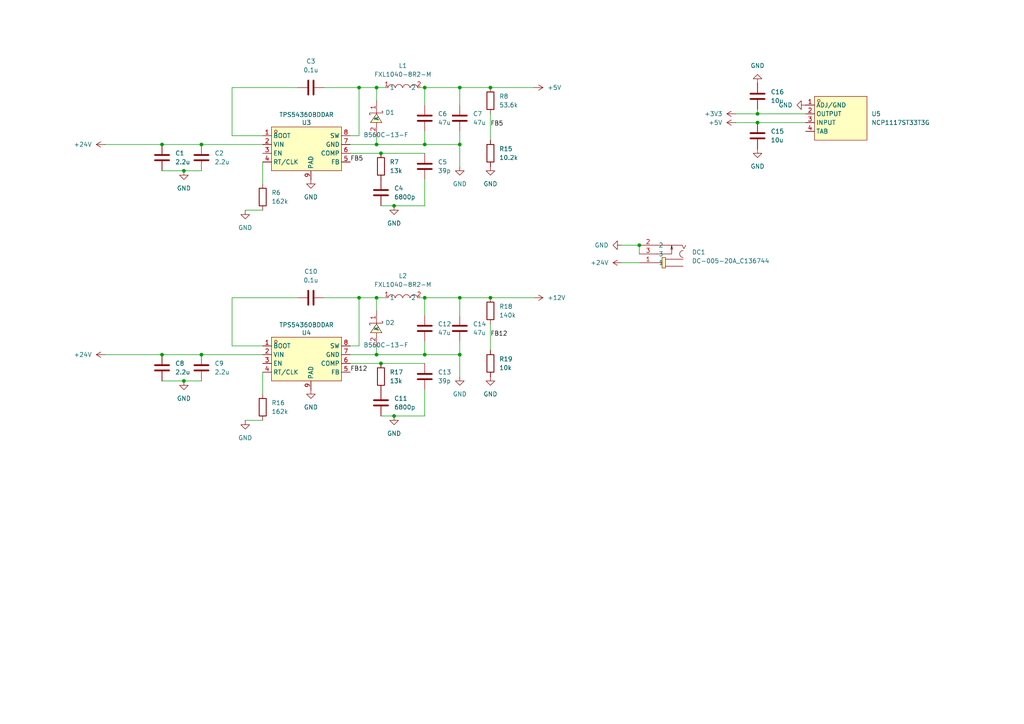
<source format=kicad_sch>
(kicad_sch (version 20250114) (generator "eeschema") (generator_version "9.0")
  (paper "A4")
  (lib_symbols
    (symbol "COMPONENTS:DC-005-20A_C136744"
      (property "Reference" "DC" (at 0 6.35 0))
      (property "Value" "DC-005-20A_C136744" (at 0 -8.89 0))
      (symbol "DC-005-20A_C136744_0_1"
        (arc (start -6.35 -0.25) (mid -5.3679 -1.27) (end -6.35 -2.29))
        (polyline (pts (xy -3.05 -3.81) (xy -2.79 -2.54)))
        (rectangle (start -1.27 2.79) (end -0.25 -0.25) (fill (type background)))
        (polyline (pts (xy -1.27 2.29) (xy -6.35 2.29)))
        (polyline (pts (xy -1.27 0.25) (xy -6.35 0.25)))
        (polyline (pts (xy 1.27 1.27) (xy -0.25 1.27)))
        (polyline (pts (xy 1.27 -1.27) (xy -3.05 -1.27) (xy -3.05 -3.81) (xy -3.3 -2.54)))
        (polyline (pts (xy 1.27 -3.81) (xy -6.1 -3.81) (xy -6.6 -2.79) (xy -7.11 -3.81)))
        (pin unspecified line (at 6.35 1.27 180) (length 5.08) (name "1") (number "1"))
        (pin unspecified line (at 6.35 -1.27 180) (length 5.08) (name "3") (number "3"))
        (pin unspecified line (at 6.35 -3.81 180) (length 5.08) (name "2") (number "2"))
      )
    )
    (symbol "COMPONENTS:NCP1117ST33T3G"
      (property "Reference" "U" (at 0 8.89 0))
      (property "Value" "NCP1117ST33T3G" (at 0 -8.89 0))
      (symbol "NCP1117ST33T3G_0_1"
        (rectangle (start -7.62 6.35) (end 7.62 -6.35) (fill (type background)))
        (circle (center -6.35 5.08) (radius 0.38))
        (pin unspecified line (at -10.16 3.81 0) (length 2.54) (name "ADJ/GND") (number "1"))
        (pin unspecified line (at -10.16 1.27 0) (length 2.54) (name "OUTPUT") (number "2"))
        (pin unspecified line (at -10.16 -1.27 0) (length 2.54) (name "INPUT") (number "3"))
        (pin unspecified line (at -10.16 -3.81 0) (length 2.54) (name "TAB") (number "4"))
      )
    )
    (symbol "Device:C" (pin_numbers (hide yes)) (pin_names (offset 0.254))
      (property "Reference" "C" (at 0.635 2.54 0))
      (property "Value" "C" (at 0.635 -2.54 0))
      (symbol "C_0_1"
        (polyline (pts (xy -2.032 0.762) (xy 2.032 0.762)) (stroke (width 0.508)))
        (polyline (pts (xy -2.032 -0.762) (xy 2.032 -0.762)) (stroke (width 0.508)))
      )
      (symbol "C_1_1"
        (pin passive line (at 0 3.81 270) (length 2.794) (name "~") (number "1"))
        (pin passive line (at 0 -3.81 90) (length 2.794) (name "~") (number "2"))
      )
    )
    (symbol "Device:R" (pin_numbers (hide yes)) (pin_names (offset 0))
      (property "Reference" "R" (at 2.032 0 90))
      (property "Value" "R" (at 0 0 90))
      (symbol "R_0_1"
        (rectangle (start -1.016 -2.54) (end 1.016 2.54) (stroke (width 0.254)))
      )
      (symbol "R_1_1"
        (pin passive line (at 0 3.81 270) (length 1.27) (name "~") (number "1"))
        (pin passive line (at 0 -3.81 90) (length 1.27) (name "~") (number "2"))
      )
    )
    (symbol "NEW:B560C-13-F"
      (property "Reference" "D" (at 0 5.08 0))
      (property "Value" "B560C-13-F" (at 0 -5.08 0))
      (symbol "B560C-13-F_0_1"
        (polyline (pts (xy -2.03 1.52) (xy -2.03 1.78) (xy -1.52 1.78) (xy -1.52 -2.03) (xy -1.02 -2.03) (xy -1.02 -1.78)))
        (polyline (pts (xy 1.27 1.52) (xy -1.27 0) (xy 1.27 -1.78) (xy 1.27 1.52)) (fill (type background)))
        (pin unspecified line (at -5.08 0 0) (length 3.81) (name "K") (number "1"))
        (pin unspecified line (at 5.08 0 180) (length 3.81) (name "A") (number "2"))
      )
    )
    (symbol "NEW:FXL1040-8R2-M"
      (property "Reference" "L" (at 0 5.08 0))
      (property "Value" "FXL1040-8R2-M" (at 0 -5.08 0))
      (symbol "FXL1040-8R2-M_0_1"
        (arc (start -4.29 -0.02) (mid -3.28 0.9027) (end -2.27 -0.02))
        (arc (start -2.13 -0.02) (mid -1.12 0.9071) (end -0.11 -0.02))
        (arc (start 0.02 -0.02) (mid 1.03 0.9071) (end 2.04 -0.02))
        (arc (start 2.21 -0.02) (mid 3.22 0.9071) (end 4.23 -0.02))
        (pin unspecified line (at -5.08 0 0) (length 0.762) (name "1") (number "1"))
        (pin unspecified line (at 5.08 0 180) (length 0.762) (name "2") (number "2"))
      )
    )
    (symbol "NEW:TPS54360BDDAR"
      (property "Reference" "U5" (at 0 7.62 0))
      (property "Value" "TPS54360BDDAR" (at -7.62 -16.51 0))
      (symbol "TPS54360BDDAR_0_1"
        (rectangle (start -10.16 6.35) (end 10.16 -6.35) (fill (type background)))
        (circle (center -8.89 5.08) (radius 0.38))
        (pin unspecified line (at -12.7 3.81 0) (length 2.54) (name "BOOT") (number "1"))
        (pin unspecified line (at -12.7 1.27 0) (length 2.54) (name "VIN") (number "2"))
        (pin unspecified line (at -12.7 -1.27 0) (length 2.54) (name "EN") (number "3"))
        (pin unspecified line (at -12.7 -3.81 0) (length 2.54) (name "RT/CLK") (number "4"))
        (pin unspecified line (at 1.27 -8.89 90) (length 2.54) (name "PAD") (number "9"))
        (pin unspecified line (at 12.7 3.81 180) (length 2.54) (name "SW") (number "8"))
        (pin unspecified line (at 12.7 1.27 180) (length 2.54) (name "GND") (number "7"))
        (pin unspecified line (at 12.7 -1.27 180) (length 2.54) (name "COMP") (number "6"))
        (pin unspecified line (at 12.7 -3.81 180) (length 2.54) (name "FB") (number "5"))
      )
    )
    (symbol "power:+12V" (power) (pin_numbers (hide yes)) (pin_names (offset 0) (hide yes))
      (property "Value" "+12V" (at 0 3.556 0))
      (symbol "+12V_0_1"
        (polyline (pts (xy -0.762 1.27) (xy 0 2.54)))
        (polyline (pts (xy 0 2.54) (xy 0.762 1.27)))
        (polyline (pts (xy 0 0) (xy 0 2.54)))
      )
      (symbol "+12V_1_1"
        (pin power_in line (at 0 0 90) (length 0) (name "~") (number "1"))
      )
    )
    (symbol "power:+24V" (power) (pin_numbers (hide yes)) (pin_names (offset 0) (hide yes))
      (property "Value" "+24V" (at 0 3.556 0))
      (symbol "+24V_0_1"
        (polyline (pts (xy -0.762 1.27) (xy 0 2.54)))
        (polyline (pts (xy 0 2.54) (xy 0.762 1.27)))
        (polyline (pts (xy 0 0) (xy 0 2.54)))
      )
      (symbol "+24V_1_1"
        (pin power_in line (at 0 0 90) (length 0) (name "~") (number "1"))
      )
    )
    (symbol "power:+3V3" (power) (pin_numbers (hide yes)) (pin_names (offset 0) (hide yes))
      (property "Value" "+3V3" (at 0 3.556 0))
      (symbol "+3V3_0_1"
        (polyline (pts (xy -0.762 1.27) (xy 0 2.54)))
        (polyline (pts (xy 0 2.54) (xy 0.762 1.27)))
        (polyline (pts (xy 0 0) (xy 0 2.54)))
      )
      (symbol "+3V3_1_1"
        (pin power_in line (at 0 0 90) (length 0) (name "~") (number "1"))
      )
    )
    (symbol "power:+5V" (power) (pin_numbers (hide yes)) (pin_names (offset 0) (hide yes))
      (property "Value" "+5V" (at 0 3.556 0))
      (symbol "+5V_0_1"
        (polyline (pts (xy -0.762 1.27) (xy 0 2.54)))
        (polyline (pts (xy 0 2.54) (xy 0.762 1.27)))
        (polyline (pts (xy 0 0) (xy 0 2.54)))
      )
      (symbol "+5V_1_1"
        (pin power_in line (at 0 0 90) (length 0) (name "~") (number "1"))
      )
    )
    (symbol "power:GND" (power) (pin_numbers (hide yes)) (pin_names (offset 0) (hide yes))
      (property "Value" "GND" (at 0 -3.81 0))
      (symbol "GND_0_1"
        (polyline (pts (xy 0 0) (xy 0 -1.27) (xy 1.27 -1.27) (xy 0 -2.54) (xy -1.27 -1.27) (xy 0 -1.27)))
      )
      (symbol "GND_1_1"
        (pin power_in line (at 0 0 270) (length 0) (name "~") (number "1"))
      )
    )
  )
  (junction (at 123.19 86.36))
  (junction (at 104.14 25.4))
  (junction (at 46.99 102.87))
  (junction (at 185.42 71.12))
  (junction (at 133.35 102.87))
  (junction (at 46.99 41.91))
  (junction (at 58.42 41.91))
  (junction (at 219.71 35.56))
  (junction (at 123.19 25.4))
  (junction (at 109.22 102.87))
  (junction (at 123.19 41.91))
  (junction (at 142.24 86.36))
  (junction (at 142.24 25.4))
  (junction (at 133.35 86.36))
  (junction (at 109.22 25.4))
  (junction (at 133.35 25.4))
  (junction (at 110.49 44.45))
  (junction (at 53.34 49.53))
  (junction (at 110.49 105.41))
  (junction (at 109.22 41.91))
  (junction (at 133.35 41.91))
  (junction (at 109.22 86.36))
  (junction (at 219.71 33.02))
  (junction (at 58.42 102.87))
  (junction (at 53.34 110.49))
  (junction (at 114.3 59.69))
  (junction (at 104.14 86.36))
  (junction (at 123.19 102.87))
  (junction (at 114.3 120.65))
  (wire (pts (xy 142.24 25.4) (xy 154.94 25.4)))
  (wire (pts (xy 233.68 33.02) (xy 219.71 33.02)))
  (wire (pts (xy 219.71 35.56) (xy 233.68 35.56)))
  (wire (pts (xy 58.42 102.87) (xy 76.2 102.87)))
  (wire (pts (xy 114.3 59.69) (xy 110.49 59.69)))
  (wire (pts (xy 110.49 105.41) (xy 123.19 105.41)))
  (wire (pts (xy 104.14 86.36) (xy 109.22 86.36)))
  (wire (pts (xy 53.34 110.49) (xy 46.99 110.49)))
  (wire (pts (xy 133.35 86.36) (xy 142.24 86.36)))
  (wire (pts (xy 123.19 102.87) (xy 133.35 102.87)))
  (wire (pts (xy 123.19 25.4) (xy 133.35 25.4)))
  (wire (pts (xy 133.35 102.87) (xy 133.35 99.06)))
  (wire (pts (xy 142.24 101.6) (xy 142.24 93.98)))
  (wire (pts (xy 53.34 49.53) (xy 58.42 49.53)))
  (wire (pts (xy 213.36 33.02) (xy 219.71 33.02)))
  (wire (pts (xy 109.22 39.37) (xy 109.22 41.91)))
  (wire (pts (xy 86.36 25.4) (xy 67.31 25.4)))
  (wire (pts (xy 109.22 90.17) (xy 109.22 86.36)))
  (wire (pts (xy 104.14 100.33) (xy 104.14 86.36)))
  (wire (pts (xy 67.31 86.36) (xy 67.31 100.33)))
  (wire (pts (xy 123.19 86.36) (xy 133.35 86.36)))
  (wire (pts (xy 30.48 102.87) (xy 46.99 102.87)))
  (wire (pts (xy 133.35 86.36) (xy 133.35 91.44)))
  (wire (pts (xy 123.19 59.69) (xy 114.3 59.69)))
  (wire (pts (xy 101.6 102.87) (xy 109.22 102.87)))
  (wire (pts (xy 30.48 41.91) (xy 46.99 41.91)))
  (wire (pts (xy 180.34 76.2) (xy 185.42 76.2)))
  (wire (pts (xy 114.3 120.65) (xy 110.49 120.65)))
  (wire (pts (xy 67.31 39.37) (xy 76.2 39.37)))
  (wire (pts (xy 123.19 86.36) (xy 123.19 91.44)))
  (wire (pts (xy 58.42 41.91) (xy 76.2 41.91)))
  (wire (pts (xy 133.35 25.4) (xy 133.35 30.48)))
  (wire (pts (xy 53.34 110.49) (xy 58.42 110.49)))
  (wire (pts (xy 93.98 25.4) (xy 104.14 25.4)))
  (wire (pts (xy 123.19 120.65) (xy 114.3 120.65)))
  (wire (pts (xy 185.42 71.12) (xy 185.42 73.66)))
  (wire (pts (xy 133.35 109.22) (xy 133.35 102.87)))
  (wire (pts (xy 123.19 38.1) (xy 123.19 41.91)))
  (wire (pts (xy 109.22 25.4) (xy 111.76 25.4)))
  (wire (pts (xy 109.22 100.33) (xy 109.22 102.87)))
  (wire (pts (xy 123.19 25.4) (xy 123.19 30.48)))
  (wire (pts (xy 101.6 105.41) (xy 110.49 105.41)))
  (wire (pts (xy 101.6 44.45) (xy 110.49 44.45)))
  (wire (pts (xy 101.6 41.91) (xy 109.22 41.91)))
  (wire (pts (xy 104.14 25.4) (xy 109.22 25.4)))
  (wire (pts (xy 123.19 99.06) (xy 123.19 102.87)))
  (wire (pts (xy 67.31 100.33) (xy 76.2 100.33)))
  (wire (pts (xy 219.71 33.02) (xy 219.71 31.75)))
  (wire (pts (xy 86.36 86.36) (xy 67.31 86.36)))
  (wire (pts (xy 121.92 86.36) (xy 123.19 86.36)))
  (wire (pts (xy 67.31 25.4) (xy 67.31 39.37)))
  (wire (pts (xy 133.35 41.91) (xy 133.35 38.1)))
  (wire (pts (xy 101.6 100.33) (xy 104.14 100.33)))
  (wire (pts (xy 53.34 49.53) (xy 46.99 49.53)))
  (wire (pts (xy 109.22 86.36) (xy 111.76 86.36)))
  (wire (pts (xy 109.22 29.21) (xy 109.22 25.4)))
  (wire (pts (xy 133.35 25.4) (xy 142.24 25.4)))
  (wire (pts (xy 123.19 113.03) (xy 123.19 120.65)))
  (wire (pts (xy 71.12 121.92) (xy 76.2 121.92)))
  (wire (pts (xy 76.2 114.3) (xy 76.2 107.95)))
  (wire (pts (xy 109.22 102.87) (xy 123.19 102.87)))
  (wire (pts (xy 180.34 71.12) (xy 185.42 71.12)))
  (wire (pts (xy 123.19 52.07) (xy 123.19 59.69)))
  (wire (pts (xy 46.99 102.87) (xy 58.42 102.87)))
  (wire (pts (xy 46.99 41.91) (xy 58.42 41.91)))
  (wire (pts (xy 101.6 39.37) (xy 104.14 39.37)))
  (wire (pts (xy 123.19 41.91) (xy 133.35 41.91)))
  (wire (pts (xy 71.12 60.96) (xy 76.2 60.96)))
  (wire (pts (xy 104.14 39.37) (xy 104.14 25.4)))
  (wire (pts (xy 76.2 53.34) (xy 76.2 46.99)))
  (wire (pts (xy 109.22 41.91) (xy 123.19 41.91)))
  (wire (pts (xy 121.92 25.4) (xy 123.19 25.4)))
  (wire (pts (xy 213.36 35.56) (xy 219.71 35.56)))
  (wire (pts (xy 133.35 48.26) (xy 133.35 41.91)))
  (wire (pts (xy 110.49 44.45) (xy 123.19 44.45)))
  (wire (pts (xy 93.98 86.36) (xy 104.14 86.36)))
  (wire (pts (xy 142.24 40.64) (xy 142.24 33.02)))
  (wire (pts (xy 142.24 86.36) (xy 154.94 86.36)))
  (label "FB5" (at 142.24 36.83 0))
  (label "FB12" (at 142.24 97.79 0))
  (label "FB5" (at 101.6 46.99 0))
  (label "FB12" (at 101.6 107.95 0))
  (symbol (lib_id "Device:C") (at 90.17 25.4 90) (unit 1)
    (property "Reference" "C3" (at 90.17 17.78 90))
    (property "Value" "0.1u" (at 90.17 20.32 90))
    (property "Footprint" "Capacitor_SMD:C_1206_3216Metric" (effects (hide yes)))
    (property "LCSC Part" "C56392" (effects (hide yes)))
  )
  (symbol (lib_id "Device:R") (at 76.2 118.11 0) (unit 1)
    (property "Reference" "R16" (at 78.74 116.84 0) (effects (justify left)))
    (property "Value" "162k" (at 78.74 119.38 0) (effects (justify left)))
    (property "Footprint" "Resistor_SMD:R_1206_3216Metric_Pad1.30x1.75mm_HandSolder" (effects (hide yes)))
    (property "LCSC Part" "C22815" (effects (hide yes)))
  )
  (symbol (lib_id "power:GND") (at 90.17 113.03 0) (unit 1)
    (property "Reference" "#PWR035" (effects (hide yes)))
    (property "Value" "GND" (at 90.17 118.11 0))
  )
  (symbol (lib_id "Device:R") (at 142.24 29.21 0) (unit 1)
    (property "Reference" "R8" (at 144.78 27.94 0) (effects (justify left)))
    (property "Value" "53.6k" (at 144.78 30.48 0) (effects (justify left)))
    (property "Footprint" "Resistor_SMD:R_1206_3216Metric_Pad1.30x1.75mm_HandSolder" (effects (hide yes)))
    (property "LCSC Part" "C21398" (effects (hide yes)))
  )
  (symbol (lib_id "power:+3V3") (at 213.36 33.02 90) (unit 1)
    (property "Reference" "#PWR042" (effects (hide yes)))
    (property "Value" "+3V3" (at 209.55 33.0199 90) (effects (justify left)))
    (property "Description" "Power symbol creates a global label with name \"+3V3\"" (effects (hide yes)))
  )
  (symbol (lib_id "Device:C") (at 90.17 86.36 90) (unit 1)
    (property "Reference" "C10" (at 90.17 78.74 90))
    (property "Value" "0.1u" (at 90.17 81.28 90))
    (property "Footprint" "Capacitor_SMD:C_1206_3216Metric" (effects (hide yes)))
    (property "LCSC Part" "C56392" (effects (hide yes)))
  )
  (symbol (lib_id "Device:R") (at 142.24 105.41 0) (unit 1)
    (property "Reference" "R19" (at 144.78 104.1399 0) (effects (justify left)))
    (property "Value" "10k" (at 144.78 106.6799 0) (effects (justify left)))
    (property "Footprint" "Resistor_SMD:R_1206_3216Metric_Pad1.30x1.75mm_HandSolder" (effects (hide yes)))
    (property "LCSC Part" "C21398" (effects (hide yes)))
  )
  (symbol (lib_id "Device:C") (at 110.49 116.84 0) (unit 1)
    (property "Reference" "C11" (at 114.3 115.57 0) (effects (justify left)))
    (property "Value" "6800p" (at 114.3 118.11 0) (effects (justify left)))
    (property "Footprint" "Capacitor_SMD:C_1206_3216Metric" (effects (hide yes)))
    (property "LCSC Part" "C2760541" (effects (hide yes)))
  )
  (symbol (lib_id "Device:C") (at 133.35 34.29 0) (unit 1)
    (property "Reference" "C7" (at 137.16 33.02 0) (effects (justify left)))
    (property "Value" "47u" (at 137.16 35.56 0) (effects (justify left)))
    (property "Footprint" "Capacitor_SMD:C_1206_3216Metric" (effects (hide yes)))
    (property "LCSC Part" "C94034" (effects (hide yes)))
  )
  (symbol (lib_id "power:GND") (at 180.34 71.12 270) (unit 1)
    (property "Reference" "#PWR044" (effects (hide yes)))
    (property "Value" "GND" (at 176.53 71.1199 90) (effects (justify right)))
  )
  (symbol (lib_id "power:GND") (at 133.35 109.22 0) (unit 1)
    (property "Reference" "#PWR037" (effects (hide yes)))
    (property "Value" "GND" (at 133.35 114.3 0))
  )
  (symbol (lib_id "Device:C") (at 110.49 55.88 0) (unit 1)
    (property "Reference" "C4" (at 114.3 54.61 0) (effects (justify left)))
    (property "Value" "6800p" (at 114.3 57.15 0) (effects (justify left)))
    (property "Footprint" "Capacitor_SMD:C_1206_3216Metric" (effects (hide yes)))
    (property "LCSC Part" "C2760541" (effects (hide yes)))
  )
  (symbol (lib_id "COMPONENTS:NCP1117ST33T3G") (at 243.84 34.29 0) (unit 1)
    (property "Reference" "U5" (at 252.73 33.0199 0) (effects (justify left)))
    (property "Value" "NCP1117ST33T3G" (at 252.73 35.5599 0) (effects (justify left)))
    (property "Footprint" "COMPONENTS:SOT-223-3_L6.5-W3.4-P2.30-LS7.0-BR" (effects (hide yes)))
    (property "Datasheet" "https://lcsc.com/product-detail/Linear-Voltage-Regulators_ON_NCP1117ST33T3G_NCP1117ST33T3G_C26537.html" (effects (hide yes)))
    (property "LCSC Part" "C26537" (effects (hide yes)))
  )
  (symbol (lib_id "Device:R") (at 110.49 48.26 0) (unit 1)
    (property "Reference" "R7" (at 113.03 46.99 0) (effects (justify left)))
    (property "Value" "13k" (at 113.03 49.53 0) (effects (justify left)))
    (property "Footprint" "Resistor_SMD:R_1206_3216Metric_Pad1.30x1.75mm_HandSolder" (effects (hide yes)))
    (property "LCSC Part" "C445658" (effects (hide yes)))
  )
  (symbol (lib_id "power:+5V") (at 213.36 35.56 90) (unit 1)
    (property "Reference" "#PWR014" (effects (hide yes)))
    (property "Value" "+5V" (at 209.55 35.5599 90) (effects (justify left)))
    (property "Description" "Power symbol creates a global label with name \"+5V\"" (effects (hide yes)))
  )
  (symbol (lib_id "Device:C") (at 219.71 39.37 0) (unit 1)
    (property "Reference" "C15" (at 223.52 38.0999 0) (effects (justify left)))
    (property "Value" "10u" (at 223.52 40.6399 0) (effects (justify left)))
    (property "Footprint" "Capacitor_SMD:C_1206_3216Metric" (effects (hide yes)))
    (property "LCSC Part" "C94034" (effects (hide yes)))
  )
  (symbol (lib_id "NEW:B560C-13-F") (at 109.22 34.29 270) (unit 1)
    (property "Reference" "D1" (at 111.76 32.64 90) (effects (justify left)))
    (property "Value" "B560C-13-F" (at 105.41 39.116 90) (effects (justify left)))
    (property "Footprint" "COMPONENTS:SMC_L7.1-W6.2-LS8.1-RD" (effects (hide yes)))
    (property "Datasheet" "https://lcsc.com/product-detail/Schottky-Barrier-Diodes-SBD_DIODES_B560C-13-F_B560C-13-F_C85100.html" (effects (hide yes)))
    (property "LCSC Part" "C85100" (effects (hide yes)))
  )
  (symbol (lib_id "Device:C") (at 46.99 45.72 0) (unit 1)
    (property "Reference" "C1" (at 50.8 44.45 0) (effects (justify left)))
    (property "Value" "2.2u" (at 50.8 46.99 0) (effects (justify left)))
    (property "Footprint" "Capacitor_SMD:C_1206_3216Metric" (effects (hide yes)))
    (property "LCSC Part" "C170101" (effects (hide yes)))
  )
  (symbol (lib_id "NEW:FXL1040-8R2-M") (at 116.84 86.36 0) (unit 1)
    (property "Reference" "L2" (at 116.84 80.01 0))
    (property "Value" "FXL1040-8R2-M" (at 116.84 82.55 0))
    (property "Footprint" "COMPONENTS:IND-SMD_L11.5-W10.0_FXL1040" (effects (hide yes)))
    (property "Datasheet" "https://lcsc.com/product-detail/Power-Inductors_8-2uH-20-8-0A_C167232.html" (effects (hide yes)))
    (property "LCSC Part" "C167232" (effects (hide yes)))
  )
  (symbol (lib_id "Device:R") (at 142.24 44.45 0) (unit 1)
    (property "Reference" "R15" (at 144.78 43.1799 0) (effects (justify left)))
    (property "Value" "10.2k" (at 144.78 45.7199 0) (effects (justify left)))
    (property "Footprint" "Resistor_SMD:R_1206_3216Metric_Pad1.30x1.75mm_HandSolder" (effects (hide yes)))
    (property "LCSC Part" "C21398" (effects (hide yes)))
  )
  (symbol (lib_id "power:GND") (at 90.17 52.07 0) (unit 1)
    (property "Reference" "#PWR028" (effects (hide yes)))
    (property "Value" "GND" (at 90.17 57.15 0))
  )
  (symbol (lib_id "Device:C") (at 219.71 27.94 0) (unit 1)
    (property "Reference" "C16" (at 223.52 26.6699 0) (effects (justify left)))
    (property "Value" "10u" (at 223.52 29.2099 0) (effects (justify left)))
    (property "Footprint" "Capacitor_SMD:C_1206_3216Metric" (effects (hide yes)))
    (property "LCSC Part" "C94034" (effects (hide yes)))
  )
  (symbol (lib_id "Device:C") (at 123.19 48.26 0) (unit 1)
    (property "Reference" "C5" (at 127 46.99 0) (effects (justify left)))
    (property "Value" "39p" (at 127 49.53 0) (effects (justify left)))
    (property "Footprint" "Capacitor_SMD:C_1206_3216Metric" (effects (hide yes)))
    (property "LCSC Part" "C5186878" (effects (hide yes)))
  )
  (symbol (lib_id "Device:R") (at 142.24 90.17 0) (unit 1)
    (property "Reference" "R18" (at 144.78 88.8999 0) (effects (justify left)))
    (property "Value" "140k" (at 144.78 91.4399 0) (effects (justify left)))
    (property "Footprint" "Resistor_SMD:R_1206_3216Metric_Pad1.30x1.75mm_HandSolder" (effects (hide yes)))
    (property "LCSC Part" "C21398" (effects (hide yes)))
  )
  (symbol (lib_id "power:GND") (at 53.34 110.49 0) (unit 1)
    (property "Reference" "#PWR033" (effects (hide yes)))
    (property "Value" "GND" (at 53.34 115.57 0))
  )
  (symbol (lib_id "Device:R") (at 110.49 109.22 0) (unit 1)
    (property "Reference" "R17" (at 113.03 107.95 0) (effects (justify left)))
    (property "Value" "13k" (at 113.03 110.49 0) (effects (justify left)))
    (property "Footprint" "Resistor_SMD:R_1206_3216Metric_Pad1.30x1.75mm_HandSolder" (effects (hide yes)))
    (property "LCSC Part" "C445658" (effects (hide yes)))
  )
  (symbol (lib_id "power:+24V") (at 30.48 102.87 90) (unit 1)
    (property "Reference" "#PWR032" (effects (hide yes)))
    (property "Value" "+24V" (at 26.67 102.8701 90) (effects (justify left)))
    (property "Description" "Power symbol creates a global label with name \"+24V\"" (effects (hide yes)))
  )
  (symbol (lib_id "Device:C") (at 123.19 95.25 0) (unit 1)
    (property "Reference" "C12" (at 127 93.98 0) (effects (justify left)))
    (property "Value" "47u" (at 127 96.52 0) (effects (justify left)))
    (property "Footprint" "Capacitor_SMD:C_1206_3216Metric" (effects (hide yes)))
    (property "LCSC Part" "C94034" (effects (hide yes)))
  )
  (symbol (lib_id "power:+5V") (at 154.94 25.4 270) (unit 1)
    (property "Reference" "#PWR025" (effects (hide yes)))
    (property "Value" "+5V" (at 158.75 25.3999 90) (effects (justify left)))
    (property "Description" "Power symbol creates a global label with name \"+5V\"" (effects (hide yes)))
  )
  (symbol (lib_id "power:GND") (at 114.3 120.65 0) (unit 1)
    (property "Reference" "#PWR036" (effects (hide yes)))
    (property "Value" "GND" (at 114.3 125.73 0))
  )
  (symbol (lib_id "power:GND") (at 71.12 60.96 0) (unit 1)
    (property "Reference" "#PWR027" (effects (hide yes)))
    (property "Value" "GND" (at 71.12 66.04 0))
  )
  (symbol (lib_id "Device:C") (at 58.42 45.72 0) (unit 1)
    (property "Reference" "C2" (at 62.23 44.45 0) (effects (justify left)))
    (property "Value" "2.2u" (at 62.23 46.99 0) (effects (justify left)))
    (property "Footprint" "Capacitor_SMD:C_1206_3216Metric" (effects (hide yes)))
    (property "LCSC Part" "C170101" (effects (hide yes)))
  )
  (symbol (lib_id "power:GND") (at 142.24 109.22 0) (unit 1)
    (property "Reference" "#PWR038" (effects (hide yes)))
    (property "Value" "GND" (at 142.24 114.3 0))
  )
  (symbol (lib_id "Device:C") (at 46.99 106.68 0) (unit 1)
    (property "Reference" "C8" (at 50.8 105.41 0) (effects (justify left)))
    (property "Value" "2.2u" (at 50.8 107.95 0) (effects (justify left)))
    (property "Footprint" "Capacitor_SMD:C_1206_3216Metric" (effects (hide yes)))
    (property "LCSC Part" "C170101" (effects (hide yes)))
  )
  (symbol (lib_id "Device:R") (at 76.2 57.15 0) (unit 1)
    (property "Reference" "R6" (at 78.74 55.88 0) (effects (justify left)))
    (property "Value" "162k" (at 78.74 58.42 0) (effects (justify left)))
    (property "Footprint" "Resistor_SMD:R_1206_3216Metric_Pad1.30x1.75mm_HandSolder" (effects (hide yes)))
    (property "LCSC Part" "C22815" (effects (hide yes)))
  )
  (symbol (lib_id "power:GND") (at 114.3 59.69 0) (unit 1)
    (property "Reference" "#PWR029" (effects (hide yes)))
    (property "Value" "GND" (at 114.3 64.77 0))
  )
  (symbol (lib_id "NEW:TPS54360BDDAR") (at 88.9 104.14 0) (unit 1)
    (property "Reference" "U4" (at 88.9 96.52 0))
    (property "Value" "TPS54360BDDAR" (at 88.9 94.234 0))
    (property "Footprint" "COMPONENTS:SOIC-8_L5.0-W4.0-P1.27-LS6.0-BL-EP2.0" (effects (hide yes)))
    (property "Datasheet" "https://lcsc.com/product-detail/DC-DC-Converters_Texas-Instruments-Texas-Instruments-TPS54360BDDAR_C524806.html" (effects (hide yes)))
    (property "LCSC Part" "C524806" (effects (hide yes)))
  )
  (symbol (lib_id "power:GND") (at 219.71 43.18 0) (unit 1)
    (property "Reference" "#PWR039" (effects (hide yes)))
    (property "Value" "GND" (at 219.71 48.26 0))
  )
  (symbol (lib_id "power:GND") (at 71.12 121.92 0) (unit 1)
    (property "Reference" "#PWR034" (effects (hide yes)))
    (property "Value" "GND" (at 71.12 127 0))
  )
  (symbol (lib_id "power:GND") (at 142.24 48.26 0) (unit 1)
    (property "Reference" "#PWR031" (effects (hide yes)))
    (property "Value" "GND" (at 142.24 53.34 0))
  )
  (symbol (lib_id "power:GND") (at 133.35 48.26 0) (unit 1)
    (property "Reference" "#PWR030" (effects (hide yes)))
    (property "Value" "GND" (at 133.35 53.34 0))
  )
  (symbol (lib_id "NEW:B560C-13-F") (at 109.22 95.25 270) (unit 1)
    (property "Reference" "D2" (at 111.76 93.6 90) (effects (justify left)))
    (property "Value" "B560C-13-F" (at 105.41 100.076 90) (effects (justify left)))
    (property "Footprint" "COMPONENTS:SMC_L7.1-W6.2-LS8.1-RD" (effects (hide yes)))
    (property "Datasheet" "https://lcsc.com/product-detail/Schottky-Barrier-Diodes-SBD_DIODES_B560C-13-F_B560C-13-F_C85100.html" (effects (hide yes)))
    (property "LCSC Part" "C85100" (effects (hide yes)))
  )
  (symbol (lib_id "NEW:FXL1040-8R2-M") (at 116.84 25.4 0) (unit 1)
    (property "Reference" "L1" (at 116.84 19.05 0))
    (property "Value" "FXL1040-8R2-M" (at 116.84 21.59 0))
    (property "Footprint" "COMPONENTS:IND-SMD_L11.5-W10.0_FXL1040" (effects (hide yes)))
    (property "Datasheet" "https://lcsc.com/product-detail/Power-Inductors_8-2uH-20-8-0A_C167232.html" (effects (hide yes)))
    (property "LCSC Part" "C167232" (effects (hide yes)))
  )
  (symbol (lib_id "Device:C") (at 58.42 106.68 0) (unit 1)
    (property "Reference" "C9" (at 62.23 105.41 0) (effects (justify left)))
    (property "Value" "2.2u" (at 62.23 107.95 0) (effects (justify left)))
    (property "Footprint" "Capacitor_SMD:C_1206_3216Metric" (effects (hide yes)))
    (property "LCSC Part" "C170101" (effects (hide yes)))
  )
  (symbol (lib_id "power:+24V") (at 30.48 41.91 90) (unit 1)
    (property "Reference" "#PWR023" (effects (hide yes)))
    (property "Value" "+24V" (at 26.67 41.9101 90) (effects (justify left)))
    (property "Description" "Power symbol creates a global label with name \"+24V\"" (effects (hide yes)))
  )
  (symbol (lib_id "power:GND") (at 233.68 30.48 270) (unit 1)
    (property "Reference" "#PWR041" (effects (hide yes)))
    (property "Value" "GND" (at 229.87 30.4799 90) (effects (justify right)))
  )
  (symbol (lib_id "power:+24V") (at 180.34 76.2 90) (unit 1)
    (property "Reference" "#PWR043" (effects (hide yes)))
    (property "Value" "+24V" (at 176.53 76.2001 90) (effects (justify left)))
    (property "Description" "Power symbol creates a global label with name \"+24V\"" (effects (hide yes)))
  )
  (symbol (lib_id "Device:C") (at 123.19 109.22 0) (unit 1)
    (property "Reference" "C13" (at 127 107.95 0) (effects (justify left)))
    (property "Value" "39p" (at 127 110.49 0) (effects (justify left)))
    (property "Footprint" "Capacitor_SMD:C_1206_3216Metric" (effects (hide yes)))
    (property "LCSC Part" "C5186878" (effects (hide yes)))
  )
  (symbol (lib_id "power:+12V") (at 154.94 86.36 270) (mirror x) (unit 1)
    (property "Reference" "#PWR022" (effects (hide yes)))
    (property "Value" "+12V" (at 158.75 86.3599 90) (effects (justify left)))
    (property "Description" "Power symbol creates a global label with name \"+12V\"" (effects (hide yes)))
  )
  (symbol (lib_id "NEW:TPS54360BDDAR") (at 88.9 43.18 0) (unit 1)
    (property "Reference" "U3" (at 88.9 35.56 0))
    (property "Value" "TPS54360BDDAR" (at 88.9 33.274 0))
    (property "Footprint" "COMPONENTS:SOIC-8_L5.0-W4.0-P1.27-LS6.0-BL-EP2.0" (effects (hide yes)))
    (property "Datasheet" "https://lcsc.com/product-detail/DC-DC-Converters_Texas-Instruments-Texas-Instruments-TPS54360BDDAR_C524806.html" (effects (hide yes)))
    (property "LCSC Part" "C524806" (effects (hide yes)))
  )
  (symbol (lib_id "COMPONENTS:DC-005-20A_C136744") (at 191.77 74.93 180) (unit 1)
    (property "Reference" "DC1" (at 200.66 73.1499 0) (effects (justify right)))
    (property "Value" "DC-005-20A_C136744" (at 200.66 75.6899 0) (effects (justify right)))
    (property "Footprint" "COMPONENTS:DC-IN-TH_DC-005-20A" (effects (hide yes)))
    (property "Datasheet" "https://lcsc.com/product-detail/DC-Connectors_DC-005-20A_C136744.html" (effects (hide yes)))
    (property "LCSC Part" "C136744" (effects (hide yes)))
  )
  (symbol (lib_id "Device:C") (at 133.35 95.25 0) (unit 1)
    (property "Reference" "C14" (at 137.16 93.98 0) (effects (justify left)))
    (property "Value" "47u" (at 137.16 96.52 0) (effects (justify left)))
    (property "Footprint" "Capacitor_SMD:C_1206_3216Metric" (effects (hide yes)))
    (property "LCSC Part" "C94034" (effects (hide yes)))
  )
  (symbol (lib_id "power:GND") (at 219.71 24.13 180) (unit 1)
    (property "Reference" "#PWR040" (effects (hide yes)))
    (property "Value" "GND" (at 219.71 19.05 0))
  )
  (symbol (lib_id "Device:C") (at 123.19 34.29 0) (unit 1)
    (property "Reference" "C6" (at 127 33.02 0) (effects (justify left)))
    (property "Value" "47u" (at 127 35.56 0) (effects (justify left)))
    (property "Footprint" "Capacitor_SMD:C_1206_3216Metric" (effects (hide yes)))
    (property "LCSC Part" "C94034" (effects (hide yes)))
  )
  (symbol (lib_id "power:GND") (at 53.34 49.53 0) (unit 1)
    (property "Reference" "#PWR026" (effects (hide yes)))
    (property "Value" "GND" (at 53.34 54.61 0))
  )
)
</source>
